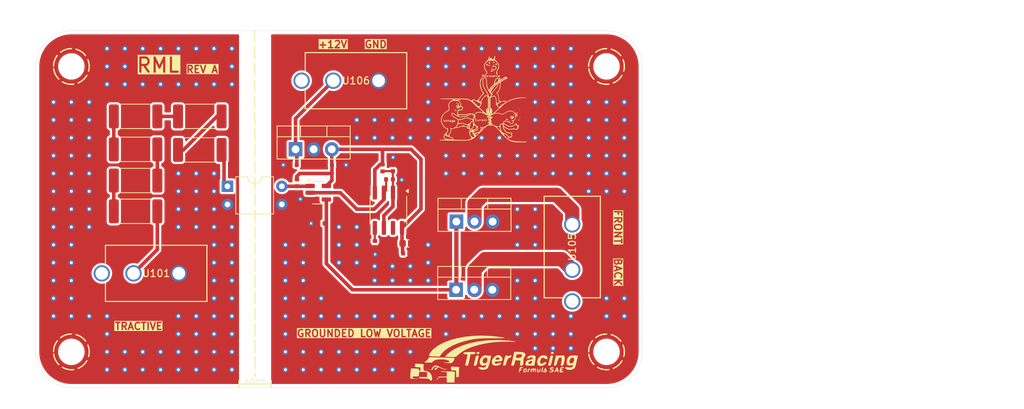
<source format=kicad_pcb>
(kicad_pcb (version 20241229) (generator "pcbnew") (generator_version "9.0")
  (layers (0 "F.Cu" signal) (4 "In1.Cu" signal) (6 "In2.Cu" signal) (2 "B.Cu" signal) (13 "F.Paste" user) (15 "B.Paste" user) (5 "F.SilkS" user "F.Silkscreen") (7 "B.SilkS" user "B.Silkscreen") (1 "F.Mask" user) (3 "B.Mask" user) (25 "Edge.Cuts" user))
  (net 0 "")
  (net 1 "Net-(U102-CV)")
  (net 2 "+12V")
  (net 3 "GND")
  (net 4 "+5V")
  (net 5 "Net-(Q101-D)")
  (net 6 "/THRESH")
  (net 7 "/DRIVE")
  (net 8 "352.8V")
  (net 9 "Net-(Q102-D)")
  (net 10 "Net-(R101-Pad1)")
  (net 11 "Net-(R102-Pad1)")
  (net 12 "Net-(R103-Pad1)")
  (net 13 "Net-(R104-Pad1)")
  (net 14 "CLOCK")
  (net 15 "12.5 mA")
  (net 16 "GNDPWR")
  (net 17 "Net-(R106-Pad1)")
  (net 18 "Net-(R109-Pad2)")
  (footprint "Package_TO_SOT_THT:TO-220-3_Vertical" (layer "F.Cu") (at 113.96 61.745)
    (property "Reference" "Q102" (hide yes))
    (property "Value" "Q_NMOS_GDS")
    (pad "1" thru_hole rect (at 0 0) (size 1.905 2) (drill 1.1) (layers "*.Cu" "*.Mask") (net 7 "/DRIVE"))
    (pad "2" thru_hole oval (at 2.54 0) (size 1.905 2) (drill 1.1) (layers "*.Cu" "*.Mask") (net 9 "Net-(Q102-D)"))
    (pad "3" thru_hole oval (at 5.08 0) (size 1.905 2) (drill 1.1) (layers "*.Cu" "*.Mask") (net 3 "GND"))
  )
  (footprint "MountingHole:MountingHole_3.2mm_M3" (layer "F.Cu") (at 60 80)
    (property "Reference" "H103" (hide yes))
    (property "Value" "MountingHole")
    (pad "" np_thru_hole circle (at 0 0) (size 3.2 3.2) (drill 3.2) (layers "*.Cu" "*.Mask"))
  )
  (footprint "Capacitor_SMD:C_0402_1005Metric" (layer "F.Cu") (at 106.980992 66.2)
    (property "Reference" "C102" (hide yes))
    (property "Value" "0.1u")
    (pad "1" smd roundrect (at -0.48 0) (size 0.56 0.62) (layers "F.Cu" "F.Mask" "F.Paste") (net 4 "+5V"))
    (pad "2" smd roundrect (at 0.48 0) (size 0.56 0.62) (layers "F.Cu" "F.Mask" "F.Paste") (net 3 "GND"))
  )
  (footprint "Resistor_SMD:R_2512_6332Metric_Pad1.40x3.35mm_HandSolder" (layer "F.Cu") (at 69 47 180)
    (property "Reference" "R104" (hide yes))
    (property "Value" "4.7k")
    (pad "1" smd roundrect (at -3.05 0 180) (size 1.4 3.35) (layers "F.Cu" "F.Mask" "F.Paste") (roundrect_rratio 0.178571) (net 13 "Net-(R104-Pad1)"))
    (pad "2" smd roundrect (at 3.05 0 180) (size 1.4 3.35) (layers "F.Cu" "F.Mask" "F.Paste") (roundrect_rratio 0.178571) (net 12 "Net-(R103-Pad1)"))
  )
  (footprint "Package_DIP:DIP-4_W7.62mm" (layer "F.Cu") (at 81.878 56.795)
    (property "Reference" "U103" (hide yes))
    (property "Value" "SFH617A-1")
    (pad "1" thru_hole rect (at 0 0) (size 1.6 1.6) (drill 0.8) (layers "*.Cu" "*.Mask") (net 15 "12.5 mA"))
    (pad "2" thru_hole oval (at 0 2.54) (size 1.6 1.6) (drill 0.8) (layers "*.Cu" "*.Mask") (net 16 "GNDPWR"))
    (pad "3" thru_hole oval (at 7.62 2.54) (size 1.6 1.6) (drill 0.8) (layers "*.Cu" "*.Mask") (net 3 "GND"))
    (pad "4" thru_hole oval (at 7.62 0) (size 1.6 1.6) (drill 0.8) (layers "*.Cu" "*.Mask") (net 18 "Net-(R109-Pad2)"))
  )
  (footprint "MountingHole:MountingHole_3.2mm_M3" (layer "F.Cu") (at 60 40)
    (property "Reference" "H104" (hide yes))
    (property "Value" "MountingHole")
    (pad "" np_thru_hole circle (at 0 0) (size 3.2 3.2) (drill 3.2) (layers "*.Cu" "*.Mask"))
  )
  (footprint "CONNECTOR:641964-1_TYC" (layer "F.Cu") (at 68.714 69)
    (property "Reference" "U101" (at 3.175 0 0) (layer "F.SilkS"))
    (property "Value" "641964-1")
    (pad "1" thru_hole circle (at 0 0) (size 2.286 2.286) (drill 1.778) (layers "*.Cu" "*.Mask") (net 8 "352.8V"))
    (pad "2" thru_hole circle (at 6.35 0) (size 2.286 2.286) (drill 1.778) (layers "*.Cu" "*.Mask") (net 16 "GNDPWR"))
    (pad "3" thru_hole circle (at -4.445 0) (size 2.286 2.286) (drill 1.778) (layers "*.Cu" "*.Mask"))
  )
  (footprint "LOGO" (layer "F.Cu") (at 119.2 81.1)
    (property "Reference" "G***" (hide yes))
    (property "Value" "LOGO" (hide yes))
  )
  (footprint "Capacitor_SMD:C_0402_1005Metric" (layer "F.Cu") (at 104.585 55.82586)
    (property "Reference" "R105" (hide yes))
    (property "Value" "15k")
    (pad "1" smd roundrect (at -0.48 0) (size 0.56 0.62) (layers "F.Cu" "F.Mask" "F.Paste") (net 14 "CLOCK"))
    (pad "2" smd roundrect (at 0.48 0) (size 0.56 0.62) (layers "F.Cu" "F.Mask" "F.Paste") (net 6 "/THRESH"))
  )
  (footprint "Capacitor_SMD:C_0402_1005Metric" (layer "F.Cu") (at 102.54 64.94086 -90)
    (property "Reference" "C103" (hide yes))
    (property "Value" "0.01u")
    (pad "1" smd roundrect (at -0.48 0 270) (size 0.56 0.62) (layers "F.Cu" "F.Mask" "F.Paste") (net 1 "Net-(U102-CV)"))
    (pad "2" smd roundrect (at 0.48 0 270) (size 0.56 0.62) (layers "F.Cu" "F.Mask" "F.Paste") (net 3 "GND"))
  )
  (footprint "LOGO" (layer "F.Cu") (at 111 82.5)
    (property "Reference" "G***" (hide yes))
    (property "Value" "LOGO" (hide yes))
  )
  (footprint "MountingHole:MountingHole_3.2mm_M3" (layer "F.Cu") (at 135 80)
    (property "Reference" "H101" (hide yes))
    (property "Value" "MountingHole")
    (pad "" np_thru_hole circle (at 0 0) (size 3.2 3.2) (drill 3.2) (layers "*.Cu" "*.Mask"))
  )
  (footprint "Resistor_SMD:R_2512_6332Metric_Pad1.40x3.35mm_HandSolder" (layer "F.Cu") (at 78 47 180)
    (property "Reference" "R106" (hide yes))
    (property "Value" "4.7k")
    (pad "1" smd roundrect (at -3.05 0 180) (size 1.4 3.35) (layers "F.Cu" "F.Mask" "F.Paste") (roundrect_rratio 0.178571) (net 17 "Net-(R106-Pad1)"))
    (pad "2" smd roundrect (at 3.05 0 180) (size 1.4 3.35) (layers "F.Cu" "F.Mask" "F.Paste") (roundrect_rratio 0.178571) (net 13 "Net-(R104-Pad1)"))
  )
  (footprint "LOGO" (layer "F.Cu") (at 117.5 44.5)
    (property "Reference" "G***" (hide yes))
    (property "Value" "LOGO" (hide yes))
  )
  (footprint "CONNECTOR:641964-1_TYC" (layer "F.Cu") (at 96.714 42)
    (property "Reference" "U106" (at 3.175 0 0) (layer "F.SilkS"))
    (property "Value" "641964-1")
    (pad "1" thru_hole circle (at 0 0) (size 2.286 2.286) (drill 1.778) (layers "*.Cu" "*.Mask") (net 2 "+12V"))
    (pad "2" thru_hole circle (at 6.35 0) (size 2.286 2.286) (drill 1.778) (layers "*.Cu" "*.Mask") (net 3 "GND"))
    (pad "3" thru_hole circle (at -4.445 0) (size 2.286 2.286) (drill 1.778) (layers "*.Cu" "*.Mask"))
  )
  (footprint "Capacitor_SMD:C_0402_1005Metric" (layer "F.Cu") (at 91.1 53.8 180)
    (property "Reference" "C105" (hide yes))
    (property "Value" "0.33u")
    (pad "1" smd roundrect (at -0.48 0 180) (size 0.56 0.62) (layers "F.Cu" "F.Mask" "F.Paste") (net 2 "+12V"))
    (pad "2" smd roundrect (at 0.48 0 180) (size 0.56 0.62) (layers "F.Cu" "F.Mask" "F.Paste") (net 3 "GND"))
  )
  (footprint "Resistor_SMD:R_2512_6332Metric_Pad1.40x3.35mm_HandSolder" (layer "F.Cu") (at 78 51.7 180)
    (property "Reference" "R108" (hide yes))
    (property "Value" "4.7k")
    (pad "1" smd roundrect (at -3.05 0 180) (size 1.4 3.35) (layers "F.Cu" "F.Mask" "F.Paste") (roundrect_rratio 0.178571) (net 15 "12.5 mA"))
    (pad "2" smd roundrect (at 3.05 0 180) (size 1.4 3.35) (layers "F.Cu" "F.Mask" "F.Paste") (roundrect_rratio 0.178571) (net 17 "Net-(R106-Pad1)"))
  )
  (footprint "Resistor_SMD:R_2512_6332Metric_Pad1.40x3.35mm_HandSolder" (layer "F.Cu") (at 69 55.988 180)
    (property "Reference" "R102" (hide yes))
    (property "Value" "4.7k")
    (pad "1" smd roundrect (at -3.05 0 180) (size 1.4 3.35) (layers "F.Cu" "F.Mask" "F.Paste") (roundrect_rratio 0.178571) (net 11 "Net-(R102-Pad1)"))
    (pad "2" smd roundrect (at 3.05 0 180) (size 1.4 3.35) (layers "F.Cu" "F.Mask" "F.Paste") (roundrect_rratio 0.178571) (net 10 "Net-(R101-Pad1)"))
  )
  (footprint "Capacitor_SMD:C_0402_1005Metric" (layer "F.Cu") (at 97 53.8)
    (property "Reference" "C106" (hide yes))
    (property "Value" "0.01u")
    (pad "1" smd roundrect (at -0.48 0) (size 0.56 0.62) (layers "F.Cu" "F.Mask" "F.Paste") (net 4 "+5V"))
    (pad "2" smd roundrect (at 0.48 0) (size 0.56 0.62) (layers "F.Cu" "F.Mask" "F.Paste") (net 3 "GND"))
  )
  (footprint "Capacitor_SMD:C_0603_1608Metric" (layer "F.Cu") (at 107.2 64.8)
    (property "Reference" "C101" (hide yes))
    (property "Value" "1u")
    (pad "1" smd roundrect (at -0.775 0) (size 0.9 0.95) (layers "F.Cu" "F.Mask" "F.Paste") (net 4 "+5V"))
    (pad "2" smd roundrect (at 0.775 0) (size 0.9 0.95) (layers "F.Cu" "F.Mask" "F.Paste") (net 3 "GND"))
  )
  (footprint "Capacitor_SMD:C_0402_1005Metric" (layer "F.Cu") (at 105.06 54.19586 -90)
    (property "Reference" "C104" (hide yes))
    (property "Value" "22u")
    (pad "1" smd roundrect (at -0.48 0 270) (size 0.56 0.62) (layers "F.Cu" "F.Mask" "F.Paste") (net 3 "GND"))
    (pad "2" smd roundrect (at 0.48 0 270) (size 0.56 0.62) (layers "F.Cu" "F.Mask" "F.Paste") (net 6 "/THRESH"))
  )
  (footprint "Capacitor_SMD:C_0402_1005Metric" (layer "F.Cu") (at 91.6 56.3 -90)
    (property "Reference" "R109" (hide yes))
    (property "Value" "10k")
    (pad "1" smd roundrect (at -0.48 0 270) (size 0.56 0.62) (layers "F.Cu" "F.Mask" "F.Paste") (net 4 "+5V"))
    (pad "2" smd roundrect (at 0.48 0 270) (size 0.56 0.62) (layers "F.Cu" "F.Mask" "F.Paste") (net 18 "Net-(R109-Pad2)"))
  )
  (footprint "Capacitor_SMD:C_0402_1005Metric" (layer "F.Cu") (at 103.61 54.22086 90)
    (property "Reference" "R107" (hide yes))
    (property "Value" "100k")
    (pad "1" smd roundrect (at -0.48 0 90) (size 0.56 0.62) (layers "F.Cu" "F.Mask" "F.Paste") (net 6 "/THRESH"))
    (pad "2" smd roundrect (at 0.48 0 90) (size 0.56 0.62) (layers "F.Cu" "F.Mask" "F.Paste") (net 4 "+5V"))
  )
  (footprint "Resistor_SMD:R_2512_6332Metric_Pad1.40x3.35mm_HandSolder" (layer "F.Cu") (at 69 51.621)
    (property "Reference" "R103" (hide yes))
    (property "Value" "4.7k")
    (pad "1" smd roundrect (at -3.05 0) (size 1.4 3.35) (layers "F.Cu" "F.Mask" "F.Paste") (roundrect_rratio 0.178571) (net 12 "Net-(R103-Pad1)"))
    (pad "2" smd roundrect (at 3.05 0) (size 1.4 3.35) (layers "F.Cu" "F.Mask" "F.Paste") (roundrect_rratio 0.178571) (net 11 "Net-(R102-Pad1)"))
  )
  (footprint "Capacitor_SMD:C_0402_1005Metric" (layer "F.Cu") (at 95 62)
    (property "Reference" "R110" (hide yes))
    (property "Value" "100k")
    (pad "1" smd roundrect (at -0.48 0) (size 0.56 0.62) (layers "F.Cu" "F.Mask" "F.Paste") (net 3 "GND"))
    (pad "2" smd roundrect (at 0.48 0) (size 0.56 0.62) (layers "F.Cu" "F.Mask" "F.Paste") (net 7 "/DRIVE"))
  )
  (footprint "Package_SO:SOIC-8_3.9x4.9mm_P1.27mm" (layer "F.Cu") (at 104.435 60.15086 -90)
    (property "Reference" "U102" (hide yes))
    (property "Value" "LM555xM")
    (pad "1" smd roundrect (at -2.475 -1.905 270) (size 1.95 0.6) (layers "F.Cu" "F.Mask" "F.Paste") (net 3 "GND"))
    (pad "2" smd roundrect (at -2.475 -0.635 270) (size 1.95 0.6) (layers "F.Cu" "F.Mask" "F.Paste") (net 6 "/THRESH"))
    (pad "3" smd roundrect (at -2.475 0.635 270) (size 1.95 0.6) (layers "F.Cu" "F.Mask" "F.Paste") (net 14 "CLOCK"))
    (pad "4" smd roundrect (at -2.475 1.905 270) (size 1.95 0.6) (layers "F.Cu" "F.Mask" "F.Paste") (net 4 "+5V"))
    (pad "5" smd roundrect (at 2.475 1.905 270) (size 1.95 0.6) (layers "F.Cu" "F.Mask" "F.Paste") (net 1 "Net-(U102-CV)"))
    (pad "6" smd roundrect (at 2.475 0.635 270) (size 1.95 0.6) (layers "F.Cu" "F.Mask" "F.Paste") (net 6 "/THRESH"))
    (pad "7" smd roundrect (at 2.475 -0.635 270) (size 1.95 0.6) (layers "F.Cu" "F.Mask" "F.Paste"))
    (pad "8" smd roundrect (at 2.475 -1.905 270) (size 1.95 0.6) (layers "F.Cu" "F.Mask" "F.Paste") (net 4 "+5V"))
  )
  (footprint "Resistor_SMD:R_2512_6332Metric_Pad1.40x3.35mm_HandSolder" (layer "F.Cu") (at 69 60.306)
    (property "Reference" "R101" (hide yes))
    (property "Value" "4.7k")
    (pad "1" smd roundrect (at -3.05 0) (size 1.4 3.35) (layers "F.Cu" "F.Mask" "F.Paste") (roundrect_rratio 0.178571) (net 10 "Net-(R101-Pad1)"))
    (pad "2" smd roundrect (at 3.05 0) (size 1.4 3.35) (layers "F.Cu" "F.Mask" "F.Paste") (roundrect_rratio 0.178571) (net 8 "352.8V"))
  )
  (footprint "Package_TO_SOT_THT:TO-220-3_Vertical" (layer "F.Cu") (at 91.42 51.611)
    (property "Reference" "U107" (hide yes))
    (property "Value" "LM7805_TO220")
    (pad "1" thru_hole rect (at 0 0) (size 1.905 2) (drill 1.1) (layers "*.Cu" "*.Mask") (net 2 "+12V"))
    (pad "2" thru_hole oval (at 2.54 0) (size 1.905 2) (drill 1.1) (layers "*.Cu" "*.Mask") (net 3 "GND"))
    (pad "3" thru_hole oval (at 5.08 0) (size 1.905 2) (drill 1.1) (layers "*.Cu" "*.Mask") (net 4 "+5V"))
  )
  (footprint "Package_TO_SOT_THT:TO-220-3_Vertical" (layer "F.Cu") (at 113.92 71.3)
    (property "Reference" "Q101" (hide yes))
    (property "Value" "Q_NMOS_GDS")
    (pad "1" thru_hole rect (at 0 0) (size 1.905 2) (drill 1.1) (layers "*.Cu" "*.Mask") (net 7 "/DRIVE"))
    (pad "2" thru_hole oval (at 2.54 0) (size 1.905 2) (drill 1.1) (layers "*.Cu" "*.Mask") (net 5 "Net-(Q101-D)"))
    (pad "3" thru_hole oval (at 5.08 0) (size 1.905 2) (drill 1.1) (layers "*.Cu" "*.Mask") (net 3 "GND"))
  )
  (footprint "MountingHole:MountingHole_3.2mm_M3" (layer "F.Cu") (at 135 40)
    (property "Reference" "H102" (hide yes))
    (property "Value" "MountingHole")
    (pad "" np_thru_hole circle (at 0 0) (size 3.2 3.2) (drill 3.2) (layers "*.Cu" "*.Mask"))
  )
  (footprint "CONNECTOR:641964-1_TYC" (layer "F.Cu") (at 130.2 68.486 90)
    (property "Reference" "U105" (at 3.175 0 90) (layer "F.SilkS"))
    (property "Value" "641964-1")
    (pad "1" thru_hole circle (at 0 0 90) (size 2.286 2.286) (drill 1.778) (layers "*.Cu" "*.Mask") (net 5 "Net-(Q101-D)"))
    (pad "2" thru_hole circle (at 6.35 0 90) (size 2.286 2.286) (drill 1.778) (layers "*.Cu" "*.Mask") (net 9 "Net-(Q102-D)"))
    (pad "3" thru_hole circle (at -4.445 0 90) (size 2.286 2.286) (drill 1.778) (layers "*.Cu" "*.Mask"))
  )
  (footprint "Package_TO_SOT_SMD:SOT-23-5" (layer "F.Cu") (at 94.6 57.7)
    (property "Reference" "U104" (hide yes))
    (property "Value" "74AHC1G02")
    (pad "1" smd roundrect (at -1.1375 -0.95) (size 1.325 0.6) (layers "F.Cu" "F.Mask" "F.Paste") (net 18 "Net-(R109-Pad2)"))
    (pad "2" smd roundrect (at -1.1375 0) (size 1.325 0.6) (layers "F.Cu" "F.Mask" "F.Paste") (net 14 "CLOCK"))
    (pad "3" smd roundrect (at -1.1375 0.95) (size 1.325 0.6) (layers "F.Cu" "F.Mask" "F.Paste") (net 3 "GND"))
    (pad "4" smd roundrect (at 1.1375 0.95) (size 1.325 0.6) (layers "F.Cu" "F.Mask" "F.Paste") (net 7 "/DRIVE"))
    (pad "5" smd roundrect (at 1.1375 -0.95) (size 1.325 0.6) (layers "F.Cu" "F.Mask" "F.Paste") (net 4 "+5V"))
  )
  (gr_line (start 85.7 35) (end 85.75 83.5) (stroke (width 0.1524) (type dash)) (layer "F.SilkS"))
  (gr_circle (center 60 40) (end 57.5 40) (stroke (width 0.1524) (type dash)) (fill no) (layer "F.SilkS"))
  (gr_circle (center 135 80) (end 132.5 80) (stroke (width 0.1524) (type dash)) (fill no) (layer "F.SilkS"))
  (gr_line (start 83.5 84.5) (end 88 84.5) (stroke (width 0.1524)) (layer "F.SilkS"))
  (gr_line (start 88 85) (end 88 84) (stroke (width 0.1524)) (layer "F.SilkS"))
  (gr_circle (center 60 80) (end 57.5 80) (stroke (width 0.1524) (type dash)) (fill no) (layer "F.SilkS"))
  (gr_line (start 88 84.5) (end 88 85) (stroke (width 0.1524)) (layer "F.SilkS"))
  (gr_line (start 83.5 84) (end 83.5 85) (stroke (width 0.1524)) (layer "F.SilkS"))
  (gr_line (start 83.5 84.5) (end 83.5 84) (stroke (width 0.1524)) (layer "F.SilkS"))
  (gr_circle (center 135 40) (end 132.5 40) (stroke (width 0.1524) (type dash)) (fill no) (layer "F.SilkS"))
  (gr_arc (start 140 80) (mid 138.535534 83.535534) (end 135 85) (stroke (width 0.0381)) (layer "Edge.Cuts"))
  (gr_arc (start 135 35) (mid 138.535534 36.464466) (end 140 40) (stroke (width 0.0381)) (layer "Edge.Cuts"))
  (gr_line (start 140 40) (end 140 80) (stroke (width 0.0381)) (layer "Edge.Cuts"))
  (gr_arc (start 60 85) (mid 56.464466 83.535534) (end 55 80) (stroke (width 0.0381)) (layer "Edge.Cuts"))
  (gr_line (start 55 80) (end 55 40) (stroke (width 0.0381)) (layer "Edge.Cuts"))
  (gr_arc (start 55 40) (mid 56.464466 36.464466) (end 60 35) (stroke (width 0.0381)) (layer "Edge.Cuts"))
  (gr_line (start 60 85) (end 135 85) (stroke (width 0.0381)) (layer "Edge.Cuts"))
  (gr_line (start 60 35) (end 135 35) (stroke (width 0.0381)) (layer "Edge.Cuts"))
  (gr_text "4.5mm" (at 85.825 84.025 0) (layer "F.SilkS") (effects (font (size 0.6 0.6) (thickness 0.075))))
  (gr_text "TRACTIVE" (at 66 77 0) (layer "F.SilkS" knockout) (effects (font (size 1 1) (thickness 0.2) (bold yes)) (justify left bottom)))
  (gr_text "GROUNDED LOW VOLTAGE" (at 91.5 78 0) (layer "F.SilkS" knockout) (effects (font (size 1 1) (thickness 0.2) (bold yes)) (justify left bottom)))
  (gr_text "REV A" (at 76 41 0) (layer "F.SilkS" knockout) (effects (font (size 1 1) (thickness 0.2) (bold yes)) (justify left bottom)))
  (gr_text "FRONT" (at 136 60 270) (layer "F.SilkS" knockout) (effects (font (size 1 1) (thickness 0.2) (bold yes)) (justify left bottom)))
  (gr_text "+12V" (at 94.5 37.5 0) (layer "F.SilkS" knockout) (effects (font (size 1 1) (thickness 0.2) (bold yes)) (justify left bottom)))
  (gr_text "RML" (at 69 41 0) (layer "F.SilkS" knockout) (effects (font (size 2 2) (thickness 0.3)) (justify left bottom)))
  (gr_text "BACK\n" (at 136 66.75 270) (layer "F.SilkS" knockout) (effects (font (size 1 1) (thickness 0.2) (bold yes)) (justify left bottom)))
  (gr_text "GND" (at 101 37.5 0) (layer "F.SilkS" knockout) (effects (font (size 1 1) (thickness 0.2) (bold yes)) (justify left bottom)))
  (segment (start 102.54 64.33586) (end 102.54 64.46086) (width 0.3) (layer "F.Cu") (net 1))
  (segment (start 102.53 64.32586) (end 102.54 64.33586) (width 0.3) (layer "F.Cu") (net 1))
  (segment (start 102.53 62.62586) (end 102.53 64.32586) (width 0.3) (layer "F.Cu") (net 1))
  (segment (start 91.42 51.611) (end 91.6 51.791) (width 0.5) (layer "F.Cu") (net 2))
  (segment (start 91.6 53.78) (end 91.58 53.8) (width 0.5) (layer "F.Cu") (net 2))
  (segment (start 91.42 47.294) (end 91.42 51.611) (width 0.5) (layer "F.Cu") (net 2))
  (segment (start 91.6 51.791) (end 91.6 53.78) (width 0.5) (layer "F.Cu") (net 2))
  (segment (start 96.714 42) (end 91.42 47.294) (width 0.5) (layer "F.Cu") (net 2))
  (segment (start 106.34 55.94) (end 106.3 55.9) (width 0.6) (layer "F.Cu") (net 3))
  (segment (start 102.54 66.30486) (end 102.576 66.34086) (width 0.5) (layer "F.Cu") (net 3))
  (segment (start 92.15 58.65) (end 92.1 58.6) (width 0.5) (layer "F.Cu") (net 3))
  (segment (start 105.06 52.75686) (end 105.076 52.74086) (width 0.5) (layer "F.Cu") (net 3))
  (via (at 112.5 52.5) (size 0.8) (drill 0.4) (layers "F.Cu" "B.Cu") (net 3))
  (via (at 127.5 79.5) (size 0.8) (drill 0.4) (layers "F.Cu" "B.Cu") (net 3))
  (via (at 112.5 55) (size 0.8) (drill 0.4) (layers "F.Cu" "B.Cu") (net 3))
  (via (at 92.5 75) (size 0.8) (drill 0.4) (layers "F.Cu" "B.Cu") (net 3))
  (via (at 112.5 77.5) (size 0.8) (drill 0.4) (layers "F.Cu" "B.Cu") (net 3))
  (via (at 107.5 75) (size 0.8) (drill 0.4) (layers "F.Cu" "B.Cu") (net 3))
  (via (at 125 45) (size 0.8) (drill 0.4) (layers "F.Cu" "B.Cu") (net 3))
  (via (at 100 67.5) (size 0.8) (drill 0.4) (layers "F.Cu" "B.Cu") (net 3))
  (via (at 107.5 68) (size 0.8) (drill 0.4) (layers "F.Cu" "B.Cu") (net 3))
  (via (at 130 77.5) (size 0.8) (drill 0.4) (layers "F.Cu" "B.Cu") (net 3))
  (via (at 122.5 65) (size 0.8) (drill 0.4) (layers "F.Cu" "B.Cu") (net 3))
  (via (at 115 55) (size 0.8) (drill 0.4) (layers "F.Cu" "B.Cu") (net 3))
  (via (at 110 47.5) (size 0.8) (drill 0.4) (layers "F.Cu" "B.Cu") (net 3))
  (via (at 125 65) (size 0.8) (drill 0.4) (layers "F.Cu" "B.Cu") (net 3))
  (via (at 112.5 75) (size 0.8) (drill 0.4) (layers "F.Cu" "B.Cu") (net 3))
  (via (at 97.5 82.5) (size 0.8) (drill 0.4) (layers "F.Cu" "B.Cu") (net 3))
  (via (at 110 75) (size 0.8) (drill 0.4) (layers "F.Cu" "B.Cu") (net 3))
  (via (at 125 72.5) (size 0.8) (drill 0.4) (layers "F.Cu" "B.Cu") (net 3))
  (via (at 127.5 77.5) (size 0.8) (drill 0.4) (layers "F.Cu" "B.Cu") (net 3))
  (via (at 122.5 40) (size 0.8) (drill 0.4) (layers "F.Cu" "B.Cu") (net 3))
  (via (at 100 50) (size 0.8) (drill 0.4) (layers "F.Cu" "B.Cu") (net 3))
  (via (at 127.5 55) (size 0.8) (drill 0.4) (layers "F.Cu" "B.Cu") (net 3))
  (via (at 95 75) (size 0.8) (drill 0.4) (layers "F.Cu" "B.Cu") (net 3))
  (via (at 125 55) (size 0.8) (drill 0.4) (layers "F.Cu" "B.Cu") (net 3))
  (via (at 137.5 57.5) (size 0.8) (drill 0.4) (layers "F.Cu" "B.Cu") (net 3))
  (via (at 127.5 42.5) (size 0.8) (drill 0.4) (layers "F.Cu" "B.Cu") (net 3))
  (via (at 97.5 67.5) (size 0.8) (drill 0.4) (layers "F.Cu" "B.Cu") (net 3))
  (via (at 110 50) (size 0.8) (drill 0.4) (layers "F.Cu" "B.Cu") (net 3))
  (via (at 137.5 72.5) (size 0.8) (drill 0.4) (layers "F.Cu" "B.Cu") (net 3))
  (via (at 105 80) (size 0.8) (drill 0.4) (layers "F.Cu" "B.Cu") (net 3))
  (via (at 92.1 58.6) (size 0.7) (drill 0.3) (layers "F.Cu" "B.Cu") (net 3))
  (via (at 125 60) (size 0.8) (drill 0.4) (layers "F.Cu" "B.Cu") (net 3))
  (via (at 90 67.5) (size 0.8) (drill 0.4) (layers "F.Cu" "B.Cu") (net 3))
  (via (at 125 40) (size 0.8) (drill 0.4) (layers "F.Cu" "B.Cu") (net 3))
  (via (at 110 65) (size 0.8) (drill 0.4) (layers "F.Cu" "B.Cu") (net 3))
  (via (at 92.5 82.5) (size 0.8) (drill 0.4) (layers "F.Cu" "B.Cu") (net 3))
  (via (at 130 45) (size 0.8) (drill 0.4) (layers "F.Cu" "B.Cu") (net 3))
  (via (at 135 57.5) (size 0.8) (drill 0.4) (layers "F.Cu" "B.Cu") (net 3))
  (via (at 90 80) (size 0.8) (drill 0.4) (layers "F.Cu" "B.Cu") (net 3))
  (via (at 130 37.5) (size 0.8) (drill 0.4) (layers "F.Cu" "B.Cu") (net 3))
  (via (at 100 80) (size 0.8) (drill 0.4) (layers "F.Cu" "B.Cu") (net 3))
  (via (at 125 70) (size 0.8) (drill 0.4) (layers "F.Cu" "B.Cu") (net 3))
  (via (at 120 55) (size 0.8) (drill 0.4) (layers "F.Cu" "B.Cu") (net 3))
  (via (at 122.5 37.5) (size 0.8) (drill 0.4) (layers "F.Cu" "B.Cu") (net 3))
  (via (at 97.5 62.5) (size 0.8) (drill 0.4) (layers "F.Cu" "B.Cu") (net 3))
  (via (at 130 47.5) (size 0.8) (drill 0.4) (layers "F.Cu" "B.Cu") (net 3))
  (via (at 110 40) (size 0.8) (drill 0.4) (layers "F.Cu" "B.Cu") (net 3))
  (via (at 127.5 50) (size 0.8) (drill 0.4) (layers "F.Cu" "B.Cu") (net 3))
  (via (at 120 75) (size 0.8) (drill 0.4) (layers "F.Cu" "B.Cu") (net 3))
  (via (at 127.5 37.5) (size 0.8) (drill 0.4) (layers "F.Cu" "B.Cu") (net 3))
  (via (at 102.5 82.5) (size 0.8) (drill 0.4) (layers "F.Cu" "B.Cu") (net 3))
  (via (at 122.5 55) (size 0.8) (drill 0.4) (layers "F.Cu" "B.Cu") (net 3))
  (via (at 102.5 50) (size 0.8) (drill 0.4) (layers "F.Cu" "B.Cu") (net 3))
  (via (at 130 79.5) (size 0.8) (drill 0.4) (layers "F.Cu" "B.Cu") (net 3))
  (via (at 127.5 47.5) (size 0.8) (drill 0.4) (layers "F.Cu" "B.Cu") (net 3))
  (via (at 117.5 50) (size 0.8) (drill 0.4) (layers "F.Cu" "B.Cu") (net 3))
  (via (at 90 77.5) (size 0.8) (drill 0.4) (layers "F.Cu" "B.Cu") (net 3))
  (via (at 102.5 68) (size 0.8) (drill 0.4) (layers "F.Cu" "B.Cu") (net 3))
  (via (at 92.5 72.5) (size 0.8) (drill 0.4) (layers "F.Cu" "B.Cu") (net 3))
  (via (at 102.5 75) (size 0.8) (drill 0.4) (layers "F.Cu" "B.Cu") (net 3))
  (via (at 137.5 50) (size 0.8) (drill 0.4) (layers "F.Cu" "B.Cu") (net 3))
  (via (at 100 62.5) (size 0.8) (drill 0.4) (layers "F.Cu" "B.Cu") (net 3))
  (via (at 110 45) (size 0.8) (drill 0.4) (layers "F.Cu" "B.Cu") (net 3))
  (via (at 125 77.5) (size 0.8) (drill 0.4) (layers "F.Cu" "B.Cu") (net 3))
  (via (at 122.5 52.5) (size 0.8) (drill 0.4) (layers "F.Cu" "B.Cu") (net 3))
  (via (at 92.5 80) (size 0.8) (drill 0.4) (layers "F.Cu" "B.Cu") (net 3))
  (via (at 102.5 47.5) (size 0.8) (drill 0.4) (layers "F.Cu" "B.Cu") (net 3))
  (via (at 125 47.5) (size 0.8) (drill 0.4) (layers "F.Cu" "B.Cu") (net 3))
  (via (at 137.5 47.5) (size 0.8) (drill 0.4) (layers "F.Cu" "B.Cu") (net 3))
  (via (at 115 75) (size 0.8) (drill 0.4) (layers "F.Cu" "B.Cu") (net 3))
  (via (at 110 67.5) (size 0.8) (drill 0.4) (layers "F.Cu" "B.Cu") (net 3))
  (via (at 102.5 70) (size 0.8) (drill 0.4) (layers "F.Cu" "B.Cu") (net 3))
  (via (at 132.5 50) (size 0.8) (drill 0.4) (layers "F.Cu" "B.Cu") (net 3))
  (via (at 137.5 75) (size 0.8) (drill 0.4) (layers "F.Cu" "B.Cu") (net 3))
  (via (at 132.5 55) (size 0.8) (drill 0.4) (layers "F.Cu" "B.Cu") (net 3))
  (via (at 122.5 60) (size 0.8) (drill 0.4) (layers "F.Cu" "B.Cu") (net 3))
  (via (at 135 45) (size 0.8) (drill 0.4) (layers "F.Cu" "B.Cu") (net 3))
  (via (at 125 62.5) (size 0.8) (drill 0.4) (layers "F.Cu" "B.Cu") (net 3))
  (via (at 130 50) (size 0.8) (drill 0.4) (layers "F.Cu" "B.Cu") (net 3))
  (via (at 125 37.5) (size 0.8) (drill 0.4) (layers "F.Cu" "B.Cu") (net 3))
  (via (at 122.5 75) (size 0.8) (drill 0.4) (layers "F.Cu" "B.Cu") (net 3))
  (via (at 105 75) (size 0.8) (drill 0.4) (layers "F.Cu" "B.Cu") (net 3))
  (via (at 102.5 80) (size 0.8) (drill 0.4) (layers "F.Cu" "B.Cu") (net 3))
  (via (at 127.5 52.5) (size 0.8) (drill 0.4) (layers "F.Cu" "B.Cu") (net 3))
  (via (at 92.5 65) (size 0.8) (drill 0.4) (layers "F.Cu" "B.Cu") (net 3))
  (via (at 132.5 47.5) (size 0.8) (drill 0.4) (layers "F.Cu" "B.Cu") (net 3))
  (via (at 135 47.5) (size 0.8) (drill 0.4) (layers "F.Cu" "B.Cu") (net 3))
  (via (at 92.5 70) (size 0.8) (drill 0.4) (layers "F.Cu" "B.Cu") (net 3))
  (via (at 97.5 75) (size 0.8) (drill 0.4) (layers "F.Cu" "B.Cu") (net 3))
  (via (at 130 75) (size 0.8) (drill 0.4) (layers "F.Cu" "B.Cu") (net 3))
  (via (at 122.5 62.5) (size 0.8) (drill 0.4) (layers "F.Cu" "B.Cu") (net 3))
  (via (at 117.5 55) (size 0.8) (drill 0.4) (layers "F.Cu" "B.Cu") (net 3))
  (via (at 112.5 37.5) (size 0.8) (drill 0.4) (layers "F.Cu" "B.Cu") (net 3))
  (via (at 105.076 52.74086) (size 0.7) (drill 0.3) (layers "F.Cu" "B.Cu") (net 3))
  (via (at 95 82.5) (size 0.8) (drill 0.4) (layers "F.Cu" "B.Cu") (net 3))
  (via (at 122.5 42.5) (size 0.8) (drill 0.4) (layers "F.Cu" "B.Cu") (net 3))
  (via (at 120 50) (size 0.8) (drill 0.4) (layers "F.Cu" "B.Cu") (net 3))
  (via (at 115 42.5) (size 0.8) (drill 0.4) (layers "F.Cu" "B.Cu") (net 3))
  (via (at 90 70) (size 0.8) (drill 0.4) (layers "F.Cu" "B.Cu") (net 3))
  (via (at 117.5 37.5) (size 0.8) (drill 0.4) (layers "F.Cu" "B.Cu") (net 3))
  (via (at 115 40) (size 0.8) (drill 0.4) (layers "F.Cu" "B.Cu") (net 3))
  (via (at 100 65) (size 0.8) (drill 0.4) (layers "F.Cu" "B.Cu") (net 3))
  (via (at 95 72.5) (size 0.8) (drill 0.4) (layers "F.Cu" "B.Cu") (net 3))
  (via (at 90 65) (size 0.8) (drill 0.4) (layers "F.Cu" "B.Cu") (net 3))
  (via (at 132.5 52.5) (size 0.8) (drill 0.4) (layers "F.Cu" "B.Cu") (net 3))
  (via (at 127.5 75) (size 0.8) (drill 0.4) (layers "F.Cu" "B.Cu") (net 3))
  (via (at 102.576 66.34086) (size 0.7) (drill 0.3) (layers "F.Cu" "B.Cu") (net 3))
  (via (at 122.5 77.5) (size 0.8) (drill 0.4) (layers "F.Cu" "B.Cu") (net 3))
  (via (at 130 52.5) (size 0.8) (drill 0.4) (layers "F.Cu" "B.Cu") (net 3))
  (via (at 130 55) (size 0.8) (drill 0.4) (layers "F.Cu" "B.Cu") (net 3))
  (via (at 97.5 80) (size 0.8) (drill 0.4) (layers "F.Cu" "B.Cu") (net 3))
  (via (at 106.3 55.9) (size 0.7) (drill 0.3) (layers "F.Cu" "B.Cu") (net 3))
  (via (at 100 47.5) (size 0.8) (drill 0.4) (layers "F.Cu" "B.Cu") (net 3))
  (via (at 107.5 70) (size 0.8) (drill 0.4) (layers "F.Cu" "B.Cu") (net 3))
  (via (at 137.5 45) (size 0.8) (drill 0.4) (layers "F.Cu" "B.Cu") (net 3))
  (via (at 105 50) (size 0.8) (drill 0.4) (layers "F.Cu" "B.Cu") (net 3))
  (via (at 98.5 53.8) (size 0.7) (drill 0.3) (layers "F.Cu" "B.Cu") (net 3))
  (via (at 135 50) (size 0.8) (drill 0.4) (layers "F.Cu" "B.Cu") (net 3))
  (via (at 105 47.5) (size 0.8) (drill 0.4) (layers "F.Cu" "B.Cu") (net 3))
  (via (at 95 80) (size 0.8) (drill 0.4) (layers "F.Cu" "B.Cu") (net 3))
  (via (at 107.5 50) (size 0.8) (drill 0.4) (layers "F.Cu" "B.Cu") (net 3))
  (via (at 110 70) (size 0.8) (drill 0.4) (layers "F.Cu" "B.Cu") (net 3))
  (via (at 135 52.5) (size 0.8) (drill 0.4) (layers "F.Cu" "B.Cu") (net 3))
  (via (at 125 50) (size 0.8) (drill 0.4) (layers "F.Cu" "B.Cu") (net 3))
  (via (at 107.5 80) (size 0.8) (drill 0.4) (layers "F.Cu" "B.Cu") (net 3))
  (via (at 100 82.5) (size 0.8) (drill 0.4) (layers "F.Cu" "B.Cu") (net 3))
  (via (at 135 72.5) (size 0.8) (drill 0.4) (layers "F.Cu" "B.Cu") (net 3))
  (via (at 117.5 75) (size 0.8) (drill 0.4) (layers "F.Cu" "B.Cu") (net 3))
  (via (at 117.5 52.5) (size 0.8) (drill 0.4) (layers "F.Cu" "B.Cu") (net 3))
  (via (at 125 79.5) (size 0.8) (drill 0.4) (layers "F.Cu" "B.Cu") (net 3))
  (via (at 122.5 70) (size 0.8) (drill 0.4) (layers "F.Cu" "B.Cu") (net 3))
  (via (at 115 37.5) (size 0.8) (drill 0.4) (layers "F.Cu" "B.Cu") (net 3))
  (via (at 137.5 55) (size 0.8) (drill 0.4) (layers "F.Cu" "B.Cu") (net 3))
  (via (at 120 37.5) (size 0.8) (drill 0.4) (layers "F.Cu" "B.Cu") (net 3))
  (via (at 97.5 65) (size 0.8) (drill 0.4) (layers "F.Cu" "B.Cu") (net 3))
  (via (at 89.7 53.8) (size 0.7) (drill 0.3) (layers "F.Cu" "B.Cu") (net 3))
  (via (at 120 52.5) (size 0.8) (drill 0.4) (layers "F.Cu" "B.Cu") (net 3))
  (via (at 105 70) (size 0.8) (drill 0.4) (layers "F.Cu" "B.Cu") (net 3))
  (via (at 112.5 42.5) (size 0.8) (drill 0.4) (layers "F.Cu" "B.Cu") (net 3))
  (via (at 125 75) (size 0.8) (drill 0.4) (layers "F.Cu" "B.Cu") (net 3))
  (via (at 110 37.5) (size 0.8) (drill 0.4) (layers "F.Cu" "B.Cu") (net 3))
  (via (at 115 52.5) (size 0.8) (drill 0.4) (layers "F.Cu" "B.Cu") (net 3))
  (via (at 110 42.5) (size 0.8) (drill 0.4) (layers "F.Cu" "B.Cu") (net 3))
  (via (at 112.5 40) (size 0.8) (drill 0.4) (layers "F.Cu" "B.Cu") (net 3))
  (via (at 135 75) (size 0.8) (drill 0.4) (layers "F.Cu" "B.Cu") (net 3))
  (via (at 105 82.5) (size 0.8) (drill 0.4) (layers "F.Cu" "B.Cu") (net 3))
  (via (at 130 42.5) (size 0.8) (drill 0.4) (layers "F.Cu" "B.Cu") (net 3))
  (via (at 90 75) (size 0.8) (drill 0.4) (layers "F.Cu" "B.Cu") (net 3))
  (via (at 105 68) (size 0.8) (drill 0.4) (layers "F.Cu" "B.Cu") (net 3))
  (via (at 107.5 47.5) (size 0.8) (drill 0.4) (layers "F.Cu" "B.Cu") (net 3))
  (via (at 122.5 72.5) (size 0.8) (drill 0.4) (layers "F.Cu" "B.Cu") (net 3))
  (via (at 90 82.5) (size 0.8) (drill 0.4) (layers "F.Cu" "B.Cu") (net 3))
  (via (at 135 55) (size 0.8) (drill 0.4) (layers "F.Cu" "B.Cu") (net 3))
  (via (at 93.6 62) (size 0.7) (drill 0.3) (layers "F.Cu" "B.Cu") (net 3))
  (via (at 137.5 52.5) (size 0.8) (drill 0.4) (layers "F.Cu" "B.Cu") (net 3))
  (via (at 92.5 67.5) (size 0.8) (drill 0.4) (layers "F.Cu" "B.Cu") (net 3))
  (via (at 132.5 45) (size 0.8) (drill 0.4) (layers "F.Cu" "B.Cu") (net 3))
  (via (at 127.5 45) (size 0.8) (drill 0.4) (layers "F.Cu" "B.Cu") (net 3))
  (via (at 127.5 40) (size 0.8) (drill 0.4) (layers "F.Cu" "B.Cu") (net 3))
  (via (at 130 40) (size 0.8) (drill 0.4) (layers "F.Cu" "B.Cu") (net 3))
  (via (at 90 72.5) (size 0.8) (drill 0.4) (layers "F.Cu" "B.Cu") (net 3))
  (via (at 125 52.5) (size 0.8) (drill 0.4) (layers "F.Cu" "B.Cu") (net 3))
  (via (at 100 75) (size 0.8) (drill 0.4) (layers "F.Cu" "B.Cu") (net 3))
  (via (at 125 42.5) (size 0.8) (drill 0.4) (layers "F.Cu" "B.Cu") (net 3))
  (via (at 132.5 57.5) (size 0.8) (drill 0.4) (layers "F.Cu" "B.Cu") (net 3))
  (segment (start 109 59.96586) (end 106.34 62.62586) (width 0.5) (layer "F.Cu") (net 4))
  (segment (start 106.34 64.715) (end 106.425 64.8) (width 0.5) (layer "F.Cu") (net 4))
  (segment (start 96.52 55) (end 96.52 55.9675) (width 0.5) (layer "F.Cu") (net 4))
  (segment (start 96.5 53.826) (end 96.56 53.886) (width 0.5) (layer "F.Cu") (net 4))
  (segment (start 103.6 51.611) (end 103.6 52.1) (width 0.5) (layer "F.Cu") (net 4))
  (segment (start 107.611 51.611) (end 103.6 51.611) (width 0.5) (layer "F.Cu") (net 4))
  (segment (start 103.6 52.1) (end 103.61 52.11) (width 0.5) (layer "F.Cu") (net 4))
  (segment (start 106.34 62.06676) (end 106.34 62.62586) (width 0.5) (layer "F.Cu") (net 4))
  (segment (start 109 53) (end 107.611 51.611) (width 0.5) (layer "F.Cu") (net 4))
  (segment (start 96.5 51.611) (end 96.5 53.826) (width 0.5) (layer "F.Cu") (net 4))
  (segment (start 106.34 62.62586) (end 106.34 64.715) (width 0.5) (layer "F.Cu") (net 4))
  (segment (start 103.6 51.611) (end 96.5 51.611) (width 0.5) (layer "F.Cu") (net 4))
  (segment (start 106.425 66.124008) (end 106.500992 66.2) (width 0.5) (layer "F.Cu") (net 4))
  (segment (start 102.53 54.48) (end 103.26914 53.74086) (width 0.5) (layer "F.Cu") (net 4))
  (segment (start 102.566 57.63986) (end 102.53 57.67586) (width 0.5) (layer "F.Cu") (net 4))
  (segment (start 102.53 57.67586) (end 102.53 54.48) (width 0.5) (layer "F.Cu") (net 4))
  (segment (start 91.6 55.4) (end 91.6 55.82) (width 0.5) (layer "F.Cu") (net 4))
  (segment (start 102.53 57.67586) (end 102.53 58.25676) (width 0.5) (layer "F.Cu") (net 4))
  (segment (start 96.52 53.8) (end 96.52 55) (width 0.5) (layer "F.Cu") (net 4))
  (segment (start 96.52 55.9675) (end 95.7375 56.75) (width 0.5) (layer "F.Cu") (net 4))
  (segment (start 96.52 55) (end 92 55) (width 0.5) (layer "F.Cu") (net 4))
  (segment (start 106.425 64.8) (end 106.425 66.124008) (width 0.5) (layer "F.Cu") (net 4))
  (segment (start 103.26914 53.74086) (end 103.61 53.74086) (width 0.5) (layer "F.Cu") (net 4))
  (segment (start 109 53) (end 109 59.96586) (width 0.5) (layer "F.Cu") (net 4))
  (segment (start 103.61 52.11) (end 103.61 53.74086) (width 0.5) (layer "F.Cu") (net 4))
  (segment (start 92 55) (end 91.6 55.4) (width 0.5) (layer "F.Cu") (net 4))
  (segment (start 91.58 55.8) (end 91.6 55.82) (width 0.5) (layer "F.Cu") (net 4))
  (segment (start 97.354548 51.611) (end 96.5 51.611) (width 0.5) (layer "B.Cu") (net 4))
  (segment (start 128.714 67) (end 130.2 68.486) (width 2) (layer "F.Cu") (net 5))
  (segment (start 118 67) (end 128.714 67) (width 2) (layer "F.Cu") (net 5))
  (segment (start 116.5 71.345) (end 116.5 68.5) (width 2) (layer "F.Cu") (net 5))
  (segment (start 116.5 68.5) (end 118 67) (width 2) (layer "F.Cu") (net 5))
  (segment (start 103.635 54.67586) (end 103.61 54.70086) (width 0.3) (layer "F.Cu") (net 6))
  (segment (start 103.8 60.9) (end 103.8 62.62586) (width 0.5) (layer "F.Cu") (net 6))
  (segment (start 105.07 59.63) (end 103.8 60.9) (width 0.5) (layer "F.Cu") (net 6))
  (segment (start 105.07 57.67586) (end 105.07 59.63) (width 0.5) (layer "F.Cu") (net 6))
  (segment (start 105.06 54.67586) (end 103.635 54.67586) (width 0.3) (layer "F.Cu") (net 6))
  (segment (start 105.06 54.67586) (end 105.06 57.66586) (width 0.3) (layer "F.Cu") (net 6))
  (segment (start 103.79 62.61586) (end 103.8 62.62586) (width 0.3) (layer "F.Cu") (net 6))
  (segment (start 105.06 57.66586) (end 105.07 57.67586) (width 0.3) (layer "F.Cu") (net 6))
  (segment (start 95.7375 67.6375) (end 95.7375 58.65) (width 0.5) (layer "F.Cu") (net 7))
  (segment (start 113.92 71.3) (end 99.4 71.3) (width 0.5) (layer "F.Cu") (net 7))
  (segment (start 99.4 71.3) (end 95.7375 67.6375) (width 0.5) (layer "F.Cu") (net 7))
  (segment (start 113.96 61.745) (end 113.96 71.345) (width 0.6) (layer "F.Cu") (net 7))
  (segment (start 72.05 60.306) (end 72.05 65.664) (width 0.5) (layer "F.Cu") (net 8))
  (segment (start 72.05 65.664) (end 68.714 69) (width 0.5) (layer "F.Cu") (net 8))
  (segment (start 116.5 59.255) (end 117.755 58) (width 2) (layer "F.Cu") (net 9))
  (segment (start 128 58) (end 130.2 60.2) (width 2) (layer "F.Cu") (net 9))
  (segment (start 130.2 60.2) (end 130.2 62.136) (width 2) (layer "F.Cu") (net 9))
  (segment (start 117.755 58) (end 128 58) (width 2) (layer "F.Cu") (net 9))
  (segment (start 116.5 61.745) (end 116.5 59.255) (width 2) (layer "F.Cu") (net 9))
  (segment (start 65.95 60.306) (end 65.95 55.988) (width 0.5) (layer "F.Cu") (net 10))
  (segment (start 72.05 55.988) (end 72.05 51.621) (width 0.5) (layer "F.Cu") (net 11))
  (segment (start 65.95 51.621) (end 65.95 47) (width 0.5) (layer "F.Cu") (net 12))
  (segment (start 72.05 47) (end 74.95 47) (width 0.5) (layer "F.Cu") (net 13))
  (segment (start 104.105 55.82586) (end 104.105 57.37086) (width 0.3) (layer "F.Cu") (net 14))
  (segment (start 100 60) (end 102.450859 60) (width 0.5) (layer "F.Cu") (net 14))
  (segment (start 93.4625 57.7) (end 97.7 57.7) (width 0.5) (layer "F.Cu") (net 14))
  (segment (start 97.7 57.7) (end 100 60) (width 0.5) (layer "F.Cu") (net 14))
  (segment (start 104.105 57.37086) (end 103.8 57.67586) (width 0.3) (layer "F.Cu") (net 14))
  (segment (start 102.450859 60) (end 103.8 58.650859) (width 0.5) (layer "F.Cu") (net 14))
  (segment (start 103.8 58.650859) (end 103.8 57.67586) (width 0.5) (layer "F.Cu") (net 14))
  (segment (start 81.4 52.05) (end 81.4 56.317) (width 0.5) (layer "F.Cu") (net 15))
  (segment (start 81.05 51.7) (end 81.4 52.05) (width 0.5) (layer "F.Cu") (net 15))
  (segment (start 81.4 56.317) (end 81.878 56.795) (width 0.5) (layer "F.Cu") (net 15))
  (via (at 57.5 45) (size 0.8) (drill 0.4) (layers "F.Cu" "B.Cu") (net 16))
  (via (at 57.5 75) (size 0.8) (drill 0.4) (layers "F.Cu" "B.Cu") (net 16))
  (via (at 80 55) (size 0.8) (drill 0.4) (layers "F.Cu" "B.Cu") (net 16))
  (via (at 62.5 52.5) (size 0.8) (drill 0.4) (layers "F.Cu" "B.Cu") (net 16))
  (via (at 80 65) (size 0.8) (drill 0.4) (layers "F.Cu" "B.Cu") (net 16))
  (via (at 75 60) (size 0.8) (drill 0.4) (layers "F.Cu" "B.Cu") (net 16))
  (via (at 82.5 42.5) (size 0.8) (drill 0.4) (layers "F.Cu" "B.Cu") (net 16))
  (via (at 57.5 47.5) (size 0.8) (drill 0.4) (layers "F.Cu" "B.Cu") (net 16))
  (via (at 77.5 57.5) (size 0.8) (drill 0.4) (layers "F.Cu" "B.Cu") (net 16))
  (via (at 60 75) (size 0.8) (drill 0.4) (layers "F.Cu" "B.Cu") (net 16))
  (via (at 57.5 62.5) (size 0.8) (drill 0.4) (layers "F.Cu" "B.Cu") (net 16))
  (via (at 80 82.5) (size 0.8) (drill 0.4) (layers "F.Cu" "B.Cu") (net 16))
  (via (at 65 82.5) (size 0.8) (drill 0.4) (layers "F.Cu" "B.Cu") (net 16))
  (via (at 80 67.5) (size 0.8) (drill 0.4) (layers "F.Cu" "B.Cu") (net 16))
  (via (at 62.5 60) (size 0.8) (drill 0.4) (layers "F.Cu" "B.Cu") (net 16))
  (via (at 77.506701 42.50382) (size 0.8) (drill 0.4) (layers "F.Cu" "B.Cu") (net 16))
  (via (at 67.5 37.5) (size 0.8) (drill 0.4) (layers "F.Cu" "B.Cu") (net 16))
  (via (at 60 62.5) (size 0.8) (drill 0.4) (layers "F.Cu" "B.Cu") (net 16))
  (via (at 57.5 65) (size 0.8) (drill 0.4) (layers "F.Cu" "B.Cu") (net 16))
  (via (at 82.5 80) (size 0.8) (drill 0.4) (layers "F.Cu" "B.Cu") (net 16))
  (via (at 75 62.5) (size 0.8) (drill 0.4) (layers "F.Cu" "B.Cu") (net 16))
  (via (at 60 47.5) (size 0.8) (drill 0.4) (layers "F.Cu" "B.Cu") (net 16))
  (via (at 57.5 72.5) (size 0.8) (drill 0.4) (layers "F.Cu" "B.Cu") (net 16))
  (via (at 65 77.5) (size 0.8) (drill 0.4) (layers "F.Cu" "B.Cu") (net 16))
  (via (at 80 70) (size 0.8) (drill 0.4) (layers "F.Cu" "B.Cu") (net 16))
  (via (at 82.5 77.5) (size 0.8) (drill 0.4) (layers "F.Cu" "B.Cu") (net 16))
  (via (at 60 60) (size 0.8) (drill 0.4) (layers "F.Cu" "B.Cu") (net 16))
  (via (at 67.5 80) (size 0.8) (drill 0.4) (layers "F.Cu" "B.Cu") (net 16))
  (via (at 75 55) (size 0.8) (drill 0.4) (layers "F.Cu" "B.Cu") (net 16))
  (via (at 57.5 57.5) (size 0.8) (drill 0.4) (layers "F.Cu" "B.Cu") (net 16))
  (via (at 62.5 57.5) (size 0.8) (drill 0.4) (layers "F.Cu" "B.Cu") (net 16))
  (via (at 80 80) (size 0.8) (drill 0.4) (layers "F.Cu" "B.Cu") (net 16))
  (via (at 60 70) (size 0.8) (drill 0.4) (layers "F.Cu" "B.Cu") (net 16))
  (via (at 75.006701 42.50382) (size 0.8) (drill 0.4) (layers "F.Cu" "B.Cu") (net 16))
  (via (at 70 82.5) (size 0.8) (drill 0.4) (layers "F.Cu" "B.Cu") (net 16))
  (via (at 67.5 40) (size 0.8) (drill 0.4) (layers "F.Cu" "B.Cu") (net 16))
  (via (at 62.5 62.5) (size 0.8) (drill 0.4) (layers "F.Cu" "B.Cu") (net 16))
  (via (at 75 57.5) (size 0.8) (drill 0.4) (layers "F.Cu" "B.Cu") (net 16))
  (via (at 82.5 37.5) (size 0.8) (drill 0.4) (layers "F.Cu" "B.Cu") (net 16))
  (via (at 80 75) (size 0.8) (drill 0.4) (layers "F.Cu" "B.Cu") (net 16))
  (via (at 79.993299 37.49618) (size 0.8) (drill 0.4) (layers "F.Cu" "B.Cu") (net 16))
  (via (at 80 60) (size 0.8) (drill 0.4) (layers "F.Cu" "B.Cu") (net 16))
  (via (at 72.5 37.5) (size 0.8) (drill 0.4) (layers "F.Cu" "B.Cu") (net 16))
  (via (at 72.5 42.5) (size 0.8) (drill 0.4) (layers "F.Cu" "B.Cu") (net 16))
  (via (at 72.5 80) (size 0.8) (drill 0.4) (layers "F.Cu" "B.Cu") (net 16))
  (via (at 77.5 60) (size 0.8) (drill 0.4) (layers "F.Cu" "B.Cu") (net 16))
  (via (at 60 67.5) (size 0.8) (drill 0.4) (layers "F.Cu" "B.Cu") (net 16))
  (via (at 75 77.5) (size 0.8) (drill 0.4) (layers "F.Cu" "B.Cu") (net 16))
  (via (at 60 57.5) (size 0.8) (drill 0.4) (layers "F.Cu" "B.Cu") (net 16))
  (via (at 77.5 82.5) (size 0.8) (drill 0.4) (layers "F.Cu" "B.Cu") (net 16))
  (via (at 75 82.5) (size 0.8) (drill 0.4) (layers "F.Cu" "B.Cu") (net 16))
  (via (at 57.5 52.5) (size 0.8) (drill 0.4) (layers "F.Cu" "B.Cu") (net 16))
  (via (at 62.5 55) (size 0.8) (drill 0.4) (layers "F.Cu" "B.Cu") (net 16))
  (via (at 80 57.5) (size 0.8) (drill 0.4) (layers "F.Cu" "B.Cu") (net 16))
  (via (at 67.5 42.5) (size 0.8) (drill 0.4) (layers "F.Cu" "B.Cu") (net 16))
  (via (at 82.5 67.5) (size 0.8) (drill 0.4) (layers "F.Cu" "B.Cu") (net 16))
  (via (at 62.5 47.5) (size 0.8) (drill 0.4) (layers "F.Cu" "B.Cu") (net 16))
  (via (at 82.5 40) (size 0.8) (drill 0.4) (layers "F.Cu" "B.Cu") (net 16))
  (via (at 60 45) (size 0.8) (drill 0.4) (layers "F.Cu" "B.Cu") (net 16))
  (via (at 70 42.5) (size 0.8) (drill 0.4) (layers "F.Cu" "B.Cu") (net 16))
  (via (at 62.5 50) (size 0.8) (drill 0.4) (layers "F.Cu" "B.Cu") (net 16))
  (via (at 75 75) (size 0.8) (drill 0.4) (layers "F.Cu" "B.Cu") (net 16))
  (via (at 62.5 45) (size 0.8) (drill 0.4) (layers "F.Cu" "B.Cu") (net 16))
  (via (at 65 42.5) (size 0.8) (drill 0.4) (layers "F.Cu" "B.Cu") (net 16))
  (via (at 65 40) (size 0.8) (drill 0.4) (layers "F.Cu" "B.Cu") (net 16))
  (via (at 60 55) (size 0.8) (drill 0.4) (layers "F.Cu" "B.Cu") (net 16))
  (via (at 82.5 82.5) (size 0.8) (drill 0.4) (layers "F.Cu" "B.Cu") (net 16))
  (via (at 77.5 62.5) (size 0.8) (drill 0.4) (layers "F.Cu" "B.Cu") (net 16))
  (via (at 80 77.5) (size 0.8) (drill 0.4) (layers "F.Cu" "B.Cu") (net 16))
  (via (at 57.5 67.5) (size 0.8) (drill 0.4) (layers "F.Cu" "B.Cu") (net 16))
  (via (at 82.5 72.5) (size 0.8) (drill 0.4) (layers "F.Cu" "B.Cu") (net 16))
  (via (at 65 37.5) (size 0.8) (drill 0.4) (layers "F.Cu" "B.Cu") (net 16))
  (via (at 80 42.5) (size 0.8) (drill 0.4) (layers "F.Cu" "B.Cu") (net 16))
  (via (at 77.5 37.5) (size 0.8) (drill 0.4) (layers "F.Cu" "B.Cu") (net 16))
  (via (at 60 65) (size 0.8) (drill 0.4) (layers "F.Cu" "B.Cu") (net 16))
  (via (at 57.5 70) (size 0.8) (drill 0.4) (layers "F.Cu" "B.Cu") (net 16))
  (via (at 75 80) (size 0.8) (drill 0.4) (layers "F.Cu" "B.Cu") (net 16))
  (via (at 65 80) (size 0.8) (drill 0.4) (layers "F.Cu" "B.Cu") (net 16))
  (via (at 82.5 75) (size 0.8) (drill 0.4) (layers "F.Cu" "B.Cu") (net 16))
  (via (at 60 52.5) (size 0.8) (drill 0.4) (layers "F.Cu" "B.Cu") (net 16))
  (via (at 60 50) (size 0.8) (drill 0.4) (layers "F.Cu" "B.Cu") (net 16))
  (via (at 82.5 65) (size 0.8) (drill 0.4) (layers "F.Cu" "B.Cu") (net 16))
  (via (at 57.5 55) (size 0.8) (drill 0.4) (layers "F.Cu" "B.Cu") (net 16))
  (via (at 67.5 82.5) (size 0.8) (drill 0.4) (layers "F.Cu" "B.Cu") (net 16))
  (via (at 57.5 60) (size 0.8) (drill 0.4) (layers "F.Cu" "B.Cu") (net 16))
  (via (at 70 80) (size 0.8) (drill 0.4) (layers "F.Cu" "B.Cu") (net 16))
  (via (at 72.5 82.5) (size 0.8) (drill 0.4) (layers "F.Cu" "B.Cu") (net 16))
  (via (at 77.5 80) (size 0.8) (drill 0.4) (layers "F.Cu" "B.Cu") (net 16))
  (via (at 80 72.5) (size 0.8) (drill 0.4) (layers "F.Cu" "B.Cu") (net 16))
  (via (at 60 72.5) (size 0.8) (drill 0.4) (layers "F.Cu" "B.Cu") (net 16))
  (via (at 77.5 75) (size 0.8) (drill 0.4) (layers "F.Cu" "B.Cu") (net 16))
  (via (at 77.5 77.5) (size 0.8) (drill 0.4) (layers "F.Cu" "B.Cu") (net 16))
  (via (at 80 62.5) (size 0.8) (drill 0.4) (layers "F.Cu" "B.Cu") (net 16))
  (via (at 57.5 50) (size 0.8) (drill 0.4) (layers "F.Cu" "B.Cu") (net 16))
  (via (at 82.5 70) (size 0.8) (drill 0.4) (layers "F.Cu" "B.Cu") (net 16))
  (via (at 70 37.5) (size 0.8) (drill 0.4) (layers "F.Cu" "B.Cu") (net 16))
  (via (at 62.5 75) (size 0.8) (drill 0.4) (layers "F.Cu" "B.Cu") (net 16))
  (via (at 75 37.5) (size 0.8) (drill 0.4) (layers "F.Cu" "B.Cu") (net 16))
  (via (at 77.5 55) (size 0.8) (drill 0.4) (layers "F.Cu" "B.Cu") (net 16))
  (via (at 82.5 62.5) (size 0.8) (drill 0.4) (layers "F.Cu" "B.Cu") (net 16))
  (via (at 65 75) (size 0.8) (drill 0.4) (layers "F.Cu" "B.Cu") (net 16))
  (segment (start 81.05 47) (end 80.4 47) (width 0.5) (layer "F.Cu") (net 17))
  (segment (start 75.7 51.7) (end 74.95 51.7) (width 0.5) (layer "F.Cu") (net 17))
  (segment (start 80.4 47) (end 75.7 51.7) (width 0.5) (layer "F.Cu") (net 17))
  (segment (start 89.498 56.795) (end 93.4175 56.795) (width 0.5) (layer "F.Cu") (net 18))
  (segment (start 93.4175 56.795) (end 93.4625 56.75) (width 0.5) (layer "F.Cu") (net 18))
  (zone (net 3) (net_name "GND") (layer "F.Cu") (priority 2) (connect_pads yes (clearance 0)) (min_thickness 0.25) (fill yes (thermal_gap 0.5) (thermal_bridge_width 0.5))
    (polygon (pts (xy 88 54) (xy 88 31) (xy 142 31) (xy 142 88) (xy 88 88)))
  )
  (zone (net 16) (net_name "GNDPWR") (layer "F.Cu") (priority 1) (connect_pads yes (clearance 0)) (min_thickness 0.25) (fill yes (thermal_gap 0.5) (thermal_bridge_width 0.5))
    (polygon (pts (xy 83.5 31) (xy 50 31) (xy 50 88) (xy 83.5 88)))
  )
)
</source>
